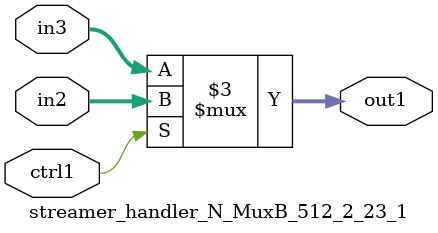
<source format=v>

`timescale 1ps / 1ps


module streamer_handler_N_MuxB_512_2_23_1( in3, in2, ctrl1, out1 );

    input [511:0] in3;
    input [511:0] in2;
    input ctrl1;
    output [511:0] out1;
    reg [511:0] out1;

    
    // rtl_process:streamer_handler_N_MuxB_512_2_23_1/streamer_handler_N_MuxB_512_2_23_1_thread_1
    always @*
      begin : streamer_handler_N_MuxB_512_2_23_1_thread_1
        case (ctrl1) 
          1'b1: 
            begin
              out1 = in2;
            end
          default: 
            begin
              out1 = in3;
            end
        endcase
      end

endmodule



</source>
